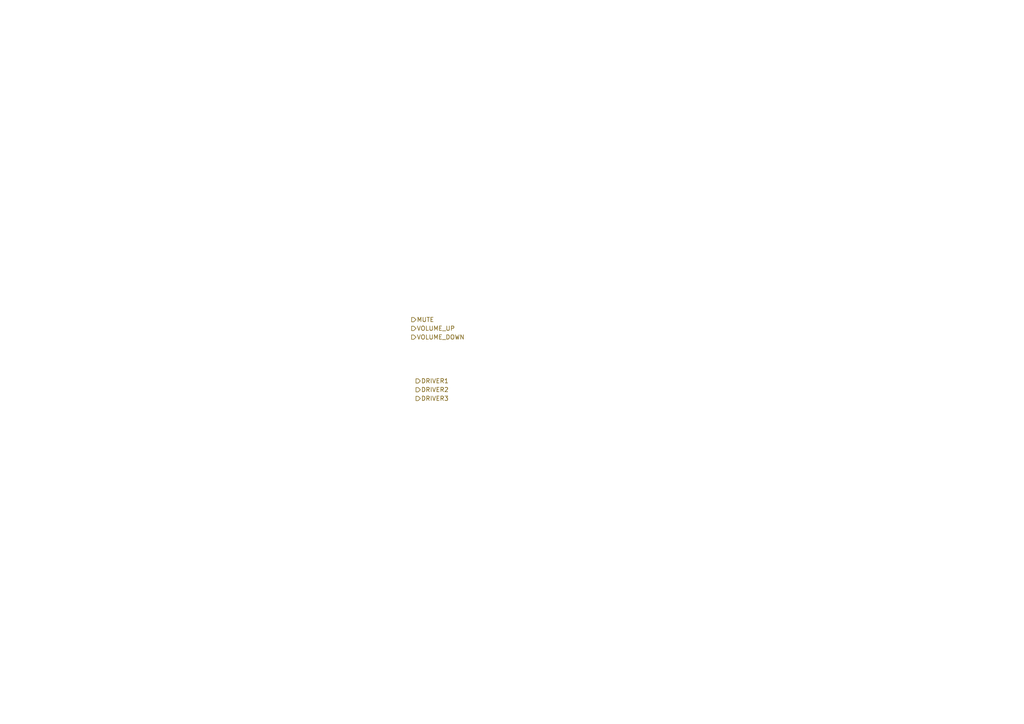
<source format=kicad_sch>
(kicad_sch
	(version 20231120)
	(generator "eeschema")
	(generator_version "8.0")
	(uuid "68d0638c-8a44-4b10-a9dd-1d02f3376127")
	(paper "A4")
	(lib_symbols)
	(hierarchical_label "DRIVER2"
		(shape output)
		(at 120.65 113.03 0)
		(fields_autoplaced yes)
		(effects
			(font
				(size 1.27 1.27)
			)
			(justify left)
		)
		(uuid "319601a7-b3c2-4d26-b032-1de7215d65e2")
	)
	(hierarchical_label "VOLUME_UP"
		(shape output)
		(at 119.38 95.25 0)
		(fields_autoplaced yes)
		(effects
			(font
				(size 1.27 1.27)
			)
			(justify left)
		)
		(uuid "4e2b4ae2-3011-446b-a2c8-1ab9d6698e8a")
	)
	(hierarchical_label "DRIVER1"
		(shape output)
		(at 120.65 110.49 0)
		(fields_autoplaced yes)
		(effects
			(font
				(size 1.27 1.27)
			)
			(justify left)
		)
		(uuid "6768c3b1-4d24-4b89-98e7-064fce421971")
	)
	(hierarchical_label "DRIVER3"
		(shape output)
		(at 120.65 115.57 0)
		(fields_autoplaced yes)
		(effects
			(font
				(size 1.27 1.27)
			)
			(justify left)
		)
		(uuid "860818b2-1e72-452e-a17c-4ba1eb198ceb")
	)
	(hierarchical_label "VOLUME_DOWN"
		(shape output)
		(at 119.38 97.79 0)
		(fields_autoplaced yes)
		(effects
			(font
				(size 1.27 1.27)
			)
			(justify left)
		)
		(uuid "8b99bb1d-42e0-4bf6-8a80-a1c799fb4443")
	)
	(hierarchical_label "MUTE"
		(shape output)
		(at 119.38 92.71 0)
		(fields_autoplaced yes)
		(effects
			(font
				(size 1.27 1.27)
			)
			(justify left)
		)
		(uuid "cda01c40-2f61-4f91-955b-e612c2df7e8f")
	)
)

</source>
